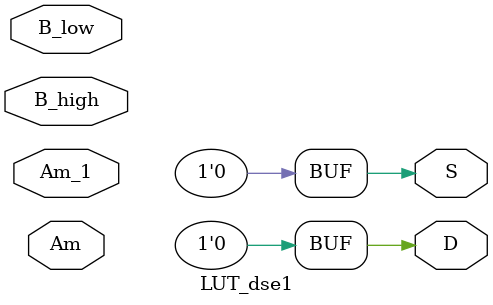
<source format=v>
`timescale 1ns/1ns
module LUT_dse1(
    input           Am          ,
    input           B_low       ,
    input           Am_1        ,
    input           B_high      ,
    output          S           ,
    output          D           //           
);

    assign D = 1'b0;
    assign S = 1'b0;

endmodule // LUT_dse1


</source>
